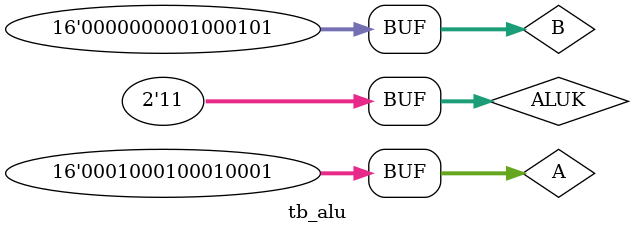
<source format=v>
`timescale 1ns / 1ps


module tb_alu;
    
    // inputs
    reg [1:0] ALUK;
    reg [15:0] A;
    reg [15:0] B;
    
    // output
    wire [15:0] result;
    
    alu uut (
        .ALUK(ALUK),
        .A(A),
        .B(B),
        .result(result)
    );
    
    initial begin
    // init outputs
        ALUK = 0;
        A = 0;
        B = 0;
        
        #50;
        
        // test add
        ALUK = 0;
        A = 0;
        B = 0;
        #50;
        $display ("TC01");
        if ( result != 0 ) $display ("FAIL");
       
        
        ALUK = 0;
        A = 1;
        B = 0;
        #50;
        $display ("TC02");
        if ( result != 1 ) $display ("FAIL");

        
        ALUK = 0;
        A = 0;
        B = 1;
        #50;
        $display ("TC03");
        if ( result != 1 ) $display ("FAIL");

        
        ALUK = 0;
        A = 1;
        B = 1;
        #50;
        $display ("TC04");
        if ( result != 2 ) $display ("FAIL");
        
        
        ALUK = 0;
        A = 0;
        B = 7;
        #50;
        $display ("TC05");
        if ( result != 7 ) $display ("FAIL");
        
        
        // AND
        
        ALUK = 1;
        A = 0;
        B = 0;
        #50;
        $display ("TC06");
        if ( result != 0 ) $display ("FAIL");
        
        
        ALUK = 1;
        A = 7;
        B = 7;
        #50;
        $display ("TC07");
        if ( result != 7 ) $display ("FAIL");
        
        
        // XOR
        
        ALUK = 2;
        A = 0;
        B = 0;
        #50;
        $display ("TC08");
        if ( result != 0 ) $display ("FAIL");
        
        
        ALUK = 2;
        A = 'hFFFF;
        B = 'h6666;
        #50;
        $display ("TC09");
        if ( result != 'h9999 ) $display ("FAIL");
        
        // passthrough
        
        ALUK = 3;
        A = 0;
        B = 0;
        #50;
        $display ("TC11");
        if ( result != 0 ) $display ("FAIL");
        
        
        ALUK = 3;
        A = 'h1111;
        B = 69;
        #50;
        $display ("TC12");
        if ( result != 'h1111 ) $display ("FAIL");
    
    end
    
endmodule

</source>
